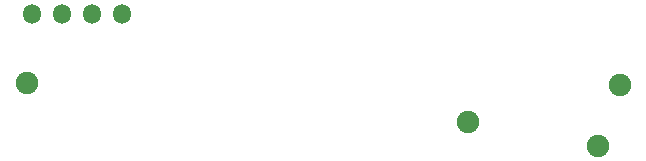
<source format=gbr>
%TF.GenerationSoftware,KiCad,Pcbnew,(7.0.0)*%
%TF.CreationDate,2023-03-08T13:52:56-06:00*%
%TF.ProjectId,G0-022M6,47302d30-3232-44d3-962e-6b696361645f,rev?*%
%TF.SameCoordinates,Original*%
%TF.FileFunction,Paste,Bot*%
%TF.FilePolarity,Positive*%
%FSLAX46Y46*%
G04 Gerber Fmt 4.6, Leading zero omitted, Abs format (unit mm)*
G04 Created by KiCad (PCBNEW (7.0.0)) date 2023-03-08 13:52:56*
%MOMM*%
%LPD*%
G01*
G04 APERTURE LIST*
%ADD10O,1.500000X1.700000*%
%ADD11C,1.900000*%
G04 APERTURE END LIST*
D10*
%TO.C,J11*%
X135003999Y-55794999D03*
X132463999Y-55794999D03*
X129923999Y-55794999D03*
X127383999Y-55794999D03*
%TD*%
D11*
%TO.C,J7*%
X177153400Y-61881300D03*
%TD*%
%TO.C,J10*%
X126948800Y-61682900D03*
%TD*%
%TO.C,J9*%
X164334400Y-64937200D03*
%TD*%
%TO.C,J8*%
X175288100Y-67001000D03*
%TD*%
M02*

</source>
